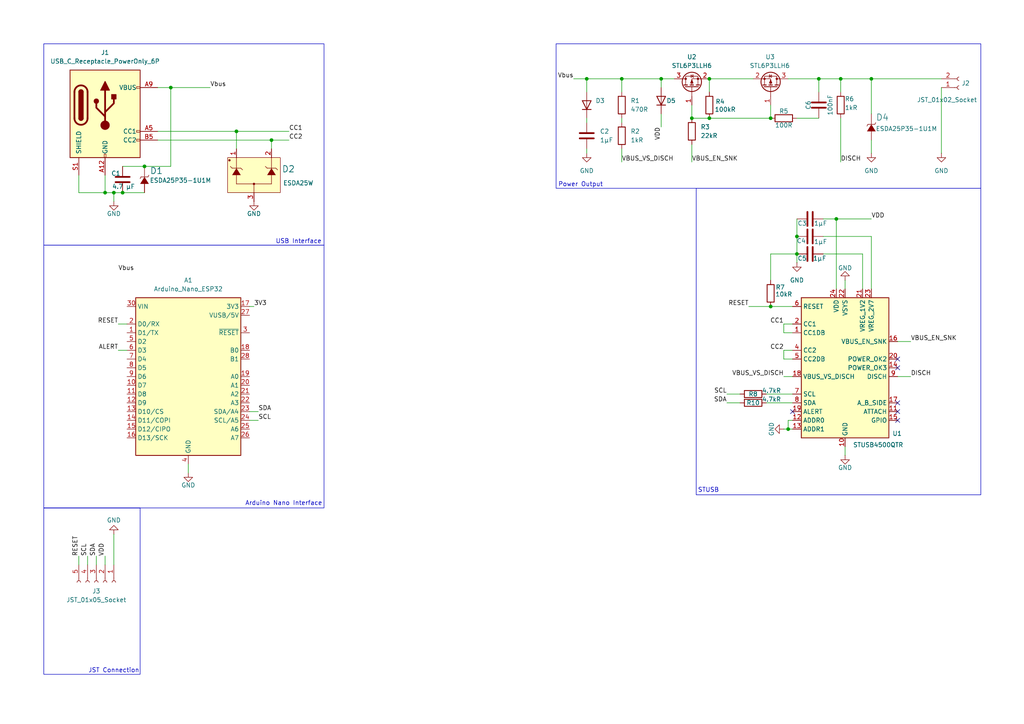
<source format=kicad_sch>
(kicad_sch (version 20250114) (generator "eeschema") (generator_version "9.0")
  (paper "A4")
  (lib_symbols
    (symbol "Connector:Conn_01x02_Socket" (pin_names (offset 1.016) (hide yes))
      (property "Reference" "J" (at 0 2.54 0))
      (property "Value" "Conn_01x02_Socket" (at 0 -5.08 0))
      (symbol "Conn_01x02_Socket_1_1"
        (polyline (pts (xy -1.27 0) (xy -0.508 0)) (stroke (width 0.1524)))
        (polyline (pts (xy -1.27 -2.54) (xy -0.508 -2.54)) (stroke (width 0.1524)))
        (arc (start 0 -0.508) (mid -0.5058 0) (end 0 0.508) (stroke (width 0.1524)))
        (arc (start 0 -3.048) (mid -0.5058 -2.54) (end 0 -2.032) (stroke (width 0.1524)))
        (pin passive line (at -5.08 0 0) (length 3.81) (name "Pin_1") (number "1"))
        (pin passive line (at -5.08 -2.54 0) (length 3.81) (name "Pin_2") (number "2"))
      )
    )
    (symbol "Connector:Conn_01x05_Socket" (pin_names (offset 1.016) (hide yes))
      (property "Reference" "J" (at 0 7.62 0))
      (property "Value" "Conn_01x05_Socket" (at 0 -7.62 0))
      (symbol "Conn_01x05_Socket_1_1"
        (polyline (pts (xy -1.27 5.08) (xy -0.508 5.08)) (stroke (width 0.1524)))
        (polyline (pts (xy -1.27 2.54) (xy -0.508 2.54)) (stroke (width 0.1524)))
        (polyline (pts (xy -1.27 0) (xy -0.508 0)) (stroke (width 0.1524)))
        (polyline (pts (xy -1.27 -2.54) (xy -0.508 -2.54)) (stroke (width 0.1524)))
        (polyline (pts (xy -1.27 -5.08) (xy -0.508 -5.08)) (stroke (width 0.1524)))
        (arc (start 0 4.572) (mid -0.5058 5.08) (end 0 5.588) (stroke (width 0.1524)))
        (arc (start 0 2.032) (mid -0.5058 2.54) (end 0 3.048) (stroke (width 0.1524)))
        (arc (start 0 -0.508) (mid -0.5058 0) (end 0 0.508) (stroke (width 0.1524)))
        (arc (start 0 -3.048) (mid -0.5058 -2.54) (end 0 -2.032) (stroke (width 0.1524)))
        (arc (start 0 -5.588) (mid -0.5058 -5.08) (end 0 -4.572) (stroke (width 0.1524)))
        (pin passive line (at -5.08 5.08 0) (length 3.81) (name "Pin_1") (number "1"))
        (pin passive line (at -5.08 2.54 0) (length 3.81) (name "Pin_2") (number "2"))
        (pin passive line (at -5.08 0 0) (length 3.81) (name "Pin_3") (number "3"))
        (pin passive line (at -5.08 -2.54 0) (length 3.81) (name "Pin_4") (number "4"))
        (pin passive line (at -5.08 -5.08 0) (length 3.81) (name "Pin_5") (number "5"))
      )
    )
    (symbol "Connector:USB_C_Receptacle_PowerOnly_6P" (pin_names (offset 1.016))
      (property "Reference" "J" (at 0 16.51 0))
      (property "Value" "USB_C_Receptacle_PowerOnly_6P" (at 0 13.97 0))
      (symbol "USB_C_Receptacle_PowerOnly_6P_0_0"
        (rectangle (start -0.254 -12.7) (end 0.254 -11.684))
        (rectangle (start 10.16 7.874) (end 9.144 7.366))
        (rectangle (start 10.16 -4.826) (end 9.144 -5.334))
        (rectangle (start 10.16 -7.366) (end 9.144 -7.874))
      )
      (symbol "USB_C_Receptacle_PowerOnly_6P_0_1"
        (rectangle (start -10.16 12.7) (end 10.16 -12.7) (stroke (width 0.254)) (fill (type background)))
        (polyline (pts (xy -8.89 -1.27) (xy -8.89 6.35)) (stroke (width 0.508)))
        (rectangle (start -7.62 -1.27) (end -6.35 6.35) (stroke (width 0.254)) (fill (type outline)))
        (arc (start -7.62 6.35) (mid -6.985 6.9823) (end -6.35 6.35) (stroke (width 0.254)))
        (arc (start -7.62 6.35) (mid -6.985 6.9823) (end -6.35 6.35) (stroke (width 0.254)) (fill (type outline)))
        (arc (start -8.89 6.35) (mid -6.985 8.2467) (end -5.08 6.35) (stroke (width 0.508)))
        (arc (start -5.08 -1.27) (mid -6.985 -3.1667) (end -8.89 -1.27) (stroke (width 0.508)))
        (arc (start -6.35 -1.27) (mid -6.985 -1.9023) (end -7.62 -1.27) (stroke (width 0.254)))
        (arc (start -6.35 -1.27) (mid -6.985 -1.9023) (end -7.62 -1.27) (stroke (width 0.254)) (fill (type outline)))
        (polyline (pts (xy -5.08 6.35) (xy -5.08 -1.27)) (stroke (width 0.508)))
        (circle (center -2.54 3.683) (radius 0.635) (stroke (width 0.254)) (fill (type outline)))
        (polyline (pts (xy -1.27 6.858) (xy 0 9.398) (xy 1.27 6.858) (xy -1.27 6.858)) (stroke (width 0.254)) (fill (type outline)))
        (polyline (pts (xy 0 0.508) (xy 2.54 3.048) (xy 2.54 4.318)) (stroke (width 0.508)))
        (polyline (pts (xy 0 -0.762) (xy -2.54 1.778) (xy -2.54 3.048)) (stroke (width 0.508)))
        (polyline (pts (xy 0 -3.302) (xy 0 6.858)) (stroke (width 0.508)))
        (circle (center 0 -3.302) (radius 1.27) (fill (type outline)))
        (rectangle (start 1.905 4.318) (end 3.175 5.588) (stroke (width 0.254)) (fill (type outline)))
      )
      (symbol "USB_C_Receptacle_PowerOnly_6P_1_1"
        (pin passive line (at -7.62 -17.78 90) (length 5.08) (name "SHIELD") (number "S1"))
        (pin passive line (at 0 -17.78 90) (length 5.08) (name "GND") (number "A12"))
        (pin passive line (at 0 -17.78 90) (length 5.08) (hide yes) (name "GND") (number "B12"))
        (pin passive line (at 15.24 7.62 180) (length 5.08) (name "VBUS") (number "A9"))
        (pin passive line (at 15.24 7.62 180) (length 5.08) (hide yes) (name "VBUS") (number "B9"))
        (pin bidirectional line (at 15.24 -5.08 180) (length 5.08) (name "CC1") (number "A5"))
        (pin bidirectional line (at 15.24 -7.62 180) (length 5.08) (name "CC2") (number "B5"))
      )
    )
    (symbol "Device:C" (pin_numbers (hide yes)) (pin_names (offset 0.254))
      (property "Reference" "C" (at 0.635 2.54 0))
      (property "Value" "C" (at 0.635 -2.54 0))
      (symbol "C_0_1"
        (polyline (pts (xy -2.032 0.762) (xy 2.032 0.762)) (stroke (width 0.508)))
        (polyline (pts (xy -2.032 -0.762) (xy 2.032 -0.762)) (stroke (width 0.508)))
      )
      (symbol "C_1_1"
        (pin passive line (at 0 3.81 270) (length 2.794) (name "~") (number "1"))
        (pin passive line (at 0 -3.81 90) (length 2.794) (name "~") (number "2"))
      )
    )
    (symbol "Device:D" (pin_numbers (hide yes)) (pin_names (offset 1.016) (hide yes))
      (property "Reference" "D" (at 0 2.54 0))
      (property "Value" "D" (at 0 -2.54 0))
      (symbol "D_0_1"
        (polyline (pts (xy -1.27 1.27) (xy -1.27 -1.27)) (stroke (width 0.254)))
        (polyline (pts (xy 1.27 1.27) (xy 1.27 -1.27) (xy -1.27 0) (xy 1.27 1.27)) (stroke (width 0.254)))
        (polyline (pts (xy 1.27 0) (xy -1.27 0)))
      )
      (symbol "D_1_1"
        (pin passive line (at -3.81 0 0) (length 2.54) (name "K") (number "1"))
        (pin passive line (at 3.81 0 180) (length 2.54) (name "A") (number "2"))
      )
    )
    (symbol "Device:R" (pin_numbers (hide yes)) (pin_names (offset 0))
      (property "Reference" "R" (at 2.032 0 90))
      (property "Value" "R" (at 0 0 90))
      (symbol "R_0_1"
        (rectangle (start -1.016 -2.54) (end 1.016 2.54) (stroke (width 0.254)))
      )
      (symbol "R_1_1"
        (pin passive line (at 0 3.81 270) (length 1.27) (name "~") (number "1"))
        (pin passive line (at 0 -3.81 90) (length 1.27) (name "~") (number "2"))
      )
    )
    (symbol "ESDA25P35-1U1M:ESDA25P35-1U1M" (pin_numbers (hide yes)) (pin_names (hide yes))
      (property "Reference" "D" (at -0.254 -6.604 0))
      (property "Value" "ESDA25P35-1U1M" (at -7.874 -6.858 0))
      (symbol "ESDA25P35-1U1M_1_0"
        (polyline (pts (xy 0 -3.81) (xy 0 -3.81) (xy 0 -3.81) (xy 2.032 -2.54) (xy 0 -1.27) (xy 0 -3.81)) (stroke (width -0.0001)) (fill (type outline)))
        (polyline (pts (xy 1.524 -1.27) (xy 2.032 -1.524)))
        (polyline (pts (xy 2.032 -1.524) (xy 2.032 -3.556)))
        (polyline (pts (xy 2.032 -3.556) (xy 2.54 -3.81)))
        (polyline (pts (xy 5.08 -2.54) (xy 2.032 -2.54)))
        (pin passive line (at -2.54 -2.54 0) (length 2.54) (name "A") (number "2"))
        (pin passive line (at 5.08 -2.54 180) (length 0) (name "K") (number "1"))
      )
    )
    (symbol "ESDA25W:ESDA25W" (pin_names (hide yes))
      (property "Reference" "D" (at -0.254 -17.78 0))
      (property "Value" "ESDA25W" (at -0.508 -17.018 0))
      (symbol "ESDA25W_1_0"
        (polyline (pts (xy 0 -2.54) (xy 3.048 -2.54)))
        (circle (center 0.762 -0.508) (radius 0.254) (fill (type outline)))
        (polyline (pts (xy 3.048 -1.27) (xy 2.54 -0.762)))
        (polyline (pts (xy 3.048 -1.27) (xy 3.048 -3.81)))
        (polyline (pts (xy 3.048 -11.43) (xy 2.54 -10.922)))
        (polyline (pts (xy 3.048 -11.43) (xy 3.048 -13.97)))
        (polyline (pts (xy 3.048 -12.7) (xy 0 -12.7)))
        (polyline (pts (xy 3.556 -4.318) (xy 3.048 -3.81)))
        (polyline (pts (xy 3.556 -14.478) (xy 3.048 -13.97)))
        (polyline (pts (xy 5.08 -1.27) (xy 5.08 -3.81) (xy 5.08 -1.27) (xy 3.048 -2.54) (xy 5.08 -3.81) (xy 5.08 -1.27)) (stroke (width -0.0001)) (fill (type outline)))
        (polyline (pts (xy 5.08 -2.54) (xy 7.62 -2.54)))
        (polyline (pts (xy 5.08 -11.43) (xy 5.08 -11.43) (xy 5.08 -11.43) (xy 3.048 -12.7) (xy 5.08 -13.97) (xy 5.08 -11.43)) (stroke (width -0.0001)) (fill (type outline)))
        (circle (center 7.62 -7.62) (radius 0.254) (fill (type outline)))
        (polyline (pts (xy 7.62 -12.7) (xy 5.08 -12.7)))
        (polyline (pts (xy 7.62 -12.7) (xy 7.62 -2.54)))
        (rectangle (start 10.16 0) (end 0 -15.24) (stroke (width 0) (color 128 0 0 1)) (fill (type background)))
        (polyline (pts (xy 10.16 -7.62) (xy 7.62 -7.62)))
        (pin passive line (at -2.54 -2.54 0) (length 2.54) (name "1") (number "1"))
        (pin passive line (at -2.54 -12.7 0) (length 2.54) (name "2") (number "2"))
        (pin passive line (at 12.7 -7.62 180) (length 2.54) (name "3") (number "3"))
      )
    )
    (symbol "Interface_USB:STUSB4500QTR"
      (property "Reference" "U" (at -12.7 21.59 0))
      (property "Value" "STUSB4500QTR" (at 8.89 -21.59 0))
      (symbol "STUSB4500QTR_0_1"
        (rectangle (start -12.7 20.32) (end 12.7 -20.32) (stroke (width 0.254)) (fill (type background)))
      )
      (symbol "STUSB4500QTR_1_1"
        (pin input line (at -15.24 17.78 0) (length 2.54) (name "RESET") (number "6"))
        (pin bidirectional line (at -15.24 12.7 0) (length 2.54) (name "CC1") (number "2"))
        (pin bidirectional line (at -15.24 10.16 0) (length 2.54) (name "CC1DB") (number "1"))
        (pin bidirectional line (at -15.24 5.08 0) (length 2.54) (name "CC2") (number "4"))
        (pin bidirectional line (at -15.24 2.54 0) (length 2.54) (name "CC2DB") (number "5"))
        (pin input line (at -15.24 -2.54 0) (length 2.54) (name "VBUS_VS_DISCH") (number "18"))
        (pin input line (at -15.24 -7.62 0) (length 2.54) (name "SCL") (number "7"))
        (pin bidirectional line (at -15.24 -10.16 0) (length 2.54) (name "SDA") (number "8"))
        (pin open_collector line (at -15.24 -12.7 0) (length 2.54) (name "ALERT") (number "19"))
        (pin input line (at -15.24 -15.24 0) (length 2.54) (name "ADDR0") (number "12"))
        (pin input line (at -15.24 -17.78 0) (length 2.54) (name "ADDR1") (number "13"))
        (pin no_connect line (at -12.7 15.24 0) (length 2.54) (hide yes) (name "NC") (number "3"))
        (pin power_in line (at -2.54 22.86 270) (length 2.54) (name "VDD") (number "24"))
        (pin power_in line (at 0 22.86 270) (length 2.54) (name "VSYS") (number "22"))
        (pin power_in line (at 0 -22.86 90) (length 2.54) (name "GND") (number "10"))
        (pin passive line (at 0 -22.86 90) (length 2.54) (hide yes) (name "GND") (number "25"))
        (pin power_out line (at 5.08 22.86 270) (length 2.54) (name "VREG_1V2") (number "21"))
        (pin power_out line (at 7.62 22.86 270) (length 2.54) (name "VREG_2V7") (number "23"))
        (pin open_collector line (at 15.24 7.62 180) (length 2.54) (name "VBUS_EN_SNK") (number "16"))
        (pin open_collector line (at 15.24 2.54 180) (length 2.54) (name "POWER_OK2") (number "20"))
        (pin open_collector line (at 15.24 0 180) (length 2.54) (name "POWER_OK3") (number "14"))
        (pin bidirectional line (at 15.24 -2.54 180) (length 2.54) (name "DISCH") (number "9"))
        (pin open_collector line (at 15.24 -10.16 180) (length 2.54) (name "A_B_SIDE") (number "17"))
        (pin open_collector line (at 15.24 -12.7 180) (length 2.54) (name "ATTACH") (number "11"))
        (pin open_collector line (at 15.24 -15.24 180) (length 2.54) (name "GPIO") (number "15"))
      )
    )
    (symbol "MCU_Module:Arduino_Nano_ESP32"
      (property "Reference" "A" (at -14.986 23.622 0))
      (property "Value" "Arduino_Nano_ESP32" (at 3.81 -25.654 0))
      (symbol "Arduino_Nano_ESP32_0_1"
        (rectangle (start -15.24 22.86) (end 15.24 -22.86) (stroke (width 0.254)) (fill (type background)))
      )
      (symbol "Arduino_Nano_ESP32_1_1"
        (pin power_in line (at -17.78 20.32 0) (length 2.54) (name "VIN") (number "30"))
        (pin bidirectional line (at -17.78 15.24 0) (length 2.54) (name "D0/RX") (number "2"))
        (pin bidirectional line (at -17.78 12.7 0) (length 2.54) (name "D1/TX") (number "1"))
        (pin bidirectional line (at -17.78 10.16 0) (length 2.54) (name "D2") (number "5"))
        (pin bidirectional line (at -17.78 7.62 0) (length 2.54) (name "D3") (number "6"))
        (pin bidirectional line (at -17.78 5.08 0) (length 2.54) (name "D4") (number "7"))
        (pin bidirectional line (at -17.78 2.54 0) (length 2.54) (name "D5") (number "8"))
        (pin bidirectional line (at -17.78 0 0) (length 2.54) (name "D6") (number "9"))
        (pin bidirectional line (at -17.78 -2.54 0) (length 2.54) (name "D7") (number "10"))
        (pin bidirectional line (at -17.78 -5.08 0) (length 2.54) (name "D8") (number "11"))
        (pin bidirectional line (at -17.78 -7.62 0) (length 2.54) (name "D9") (number "12"))
        (pin bidirectional line (at -17.78 -10.16 0) (length 2.54) (name "D10/CS") (number "13"))
        (pin bidirectional line (at -17.78 -12.7 0) (length 2.54) (name "D11/COPI") (number "14"))
        (pin bidirectional line (at -17.78 -15.24 0) (length 2.54) (name "D12/CIPO") (number "15"))
        (pin bidirectional line (at -17.78 -17.78 0) (length 2.54) (name "D13/SCK") (number "16"))
        (pin passive line (at 0 -25.4 90) (length 2.54) (hide yes) (name "GND") (number "29"))
        (pin power_in line (at 0 -25.4 90) (length 2.54) (name "GND") (number "4"))
        (pin power_out line (at 17.78 20.32 180) (length 2.54) (name "3V3") (number "17"))
        (pin power_out line (at 17.78 17.78 180) (length 2.54) (name "VUSB/5V") (number "27"))
        (pin input line (at 17.78 12.7 180) (length 2.54) (name "~{RESET}") (number "3"))
        (pin bidirectional line (at 17.78 7.62 180) (length 2.54) (name "B0") (number "18"))
        (pin bidirectional line (at 17.78 5.08 180) (length 2.54) (name "B1") (number "28"))
        (pin bidirectional line (at 17.78 0 180) (length 2.54) (name "A0") (number "19"))
        (pin bidirectional line (at 17.78 -2.54 180) (length 2.54) (name "A1") (number "20"))
        (pin bidirectional line (at 17.78 -5.08 180) (length 2.54) (name "A2") (number "21"))
        (pin bidirectional line (at 17.78 -7.62 180) (length 2.54) (name "A3") (number "22"))
        (pin bidirectional line (at 17.78 -10.16 180) (length 2.54) (name "SDA/A4") (number "23"))
        (pin bidirectional line (at 17.78 -12.7 180) (length 2.54) (name "SCL/A5") (number "24"))
        (pin bidirectional line (at 17.78 -15.24 180) (length 2.54) (name "A6") (number "25"))
        (pin bidirectional line (at 17.78 -17.78 180) (length 2.54) (name "A7") (number "26"))
      )
    )
    (symbol "Transistor_FET:AO3401A" (pin_names (hide yes))
      (property "Reference" "Q" (at 5.08 1.905 0))
      (property "Value" "AO3401A" (at 5.08 0 0))
      (symbol "AO3401A_0_1"
        (polyline (pts (xy 0.254 1.905) (xy 0.254 -1.905)) (stroke (width 0.254)))
        (polyline (pts (xy 0.254 0) (xy -2.54 0)))
        (polyline (pts (xy 0.762 2.286) (xy 0.762 1.27)) (stroke (width 0.254)))
        (polyline (pts (xy 0.762 1.778) (xy 3.302 1.778) (xy 3.302 -1.778) (xy 0.762 -1.778)))
        (polyline (pts (xy 0.762 0.508) (xy 0.762 -0.508)) (stroke (width 0.254)))
        (polyline (pts (xy 0.762 -1.27) (xy 0.762 -2.286)) (stroke (width 0.254)))
        (circle (center 1.651 0) (radius 2.794) (stroke (width 0.254)))
        (polyline (pts (xy 2.286 0) (xy 1.27 0.381) (xy 1.27 -0.381) (xy 2.286 0)) (fill (type outline)))
        (polyline (pts (xy 2.54 2.54) (xy 2.54 1.778)))
        (circle (center 2.54 1.778) (radius 0.254) (fill (type outline)))
        (circle (center 2.54 -1.778) (radius 0.254) (fill (type outline)))
        (polyline (pts (xy 2.54 -2.54) (xy 2.54 0) (xy 0.762 0)))
        (polyline (pts (xy 2.794 -0.508) (xy 2.921 -0.381) (xy 3.683 -0.381) (xy 3.81 -0.254)))
        (polyline (pts (xy 3.302 -0.381) (xy 2.921 0.254) (xy 3.683 0.254) (xy 3.302 -0.381)))
      )
      (symbol "AO3401A_1_1"
        (pin input line (at -5.08 0 0) (length 2.54) (name "G") (number "1"))
        (pin passive line (at 2.54 5.08 270) (length 2.54) (name "D") (number "3"))
        (pin passive line (at 2.54 -5.08 90) (length 2.54) (name "S") (number "2"))
      )
    )
    (symbol "power:GND" (power) (pin_numbers (hide yes)) (pin_names (offset 0) (hide yes))
      (property "Value" "GND" (at 0 -3.81 0))
      (symbol "GND_0_1"
        (polyline (pts (xy 0 0) (xy 0 -1.27) (xy 1.27 -1.27) (xy 0 -2.54) (xy -1.27 -1.27) (xy 0 -1.27)))
      )
      (symbol "GND_1_1"
        (pin power_in line (at 0 0 270) (length 0) (name "~") (number "1"))
      )
    )
  )
  (rectangle (start 12.7 12.7) (end 93.98 71.12))
  (rectangle (start 12.7 71.12) (end 93.98 147.32))
  (rectangle (start 12.7 147.32) (end 40.64 195.58))
  (rectangle (start 161.29 12.7) (end 284.48 54.61))
  (rectangle (start 201.93 54.61) (end 284.48 143.51))
  (text "STUSB" (at 205.486 142.24 0) (effects (font (size 1.27 1.27))))
  (text "Arduino Nano Interface" (at 82.296 146.05 0) (effects (font (size 1.27 1.27))))
  (text "JST Connection" (at 33.02 194.564 0) (effects (font (size 1.27 1.27))))
  (text "USB Interface" (at 86.614 70.104 0) (effects (font (size 1.27 1.27))))
  (text "Power Output" (at 168.402 53.594 0) (effects (font (size 1.27 1.27))))
  (junction (at 223.52 34.29))
  (junction (at 231.14 73.66))
  (junction (at 223.52 88.9))
  (junction (at 41.91 48.26))
  (junction (at 68.58 38.1))
  (junction (at 252.73 22.86))
  (junction (at 237.49 22.86))
  (junction (at 33.02 55.88))
  (junction (at 180.34 22.86))
  (junction (at 205.74 34.29))
  (junction (at 205.74 22.86))
  (junction (at 49.53 25.4))
  (junction (at 30.48 55.88))
  (junction (at 231.14 68.58))
  (junction (at 242.57 63.5))
  (junction (at 78.74 40.64))
  (junction (at 170.18 22.86))
  (junction (at 191.77 22.86))
  (junction (at 200.66 34.29))
  (junction (at 35.56 55.88))
  (junction (at 228.6 124.46))
  (junction (at 243.84 22.86))
  (no_connect (at 260.35 116.84))
  (no_connect (at 229.87 119.38))
  (no_connect (at 260.35 119.38))
  (no_connect (at 260.35 104.14))
  (no_connect (at 260.35 106.68))
  (no_connect (at 260.35 121.92))
  (wire (pts (xy 245.11 81.28) (xy 245.11 83.82)))
  (wire (pts (xy 191.77 25.4) (xy 191.77 22.86)))
  (wire (pts (xy 243.84 26.67) (xy 243.84 22.86)))
  (wire (pts (xy 35.56 48.26) (xy 41.91 48.26)))
  (wire (pts (xy 243.84 46.99) (xy 243.84 34.29)))
  (wire (pts (xy 227.33 109.22) (xy 229.87 109.22)))
  (wire (pts (xy 49.53 25.4) (xy 49.53 48.26)))
  (wire (pts (xy 252.73 83.82) (xy 252.73 68.58)))
  (wire (pts (xy 228.6 121.92) (xy 228.6 124.46)))
  (wire (pts (xy 60.96 25.4) (xy 49.53 25.4)))
  (wire (pts (xy 200.66 30.48) (xy 200.66 34.29)))
  (wire (pts (xy 242.57 83.82) (xy 242.57 63.5)))
  (wire (pts (xy 34.29 93.98) (xy 36.83 93.98)))
  (wire (pts (xy 200.66 34.29) (xy 205.74 34.29)))
  (wire (pts (xy 237.49 34.29) (xy 231.14 34.29)))
  (wire (pts (xy 242.57 63.5) (xy 238.76 63.5)))
  (wire (pts (xy 227.33 93.98) (xy 227.33 96.52)))
  (wire (pts (xy 45.72 38.1) (xy 68.58 38.1)))
  (wire (pts (xy 180.34 22.86) (xy 191.77 22.86)))
  (wire (pts (xy 242.57 63.5) (xy 252.73 63.5)))
  (wire (pts (xy 223.52 88.9) (xy 229.87 88.9)))
  (wire (pts (xy 222.25 116.84) (xy 229.87 116.84)))
  (wire (pts (xy 205.74 22.86) (xy 218.44 22.86)))
  (wire (pts (xy 170.18 44.45) (xy 170.18 43.18)))
  (wire (pts (xy 223.52 81.28) (xy 223.52 73.66)))
  (wire (pts (xy 222.25 114.3) (xy 229.87 114.3)))
  (wire (pts (xy 260.35 99.06) (xy 264.16 99.06)))
  (wire (pts (xy 229.87 104.14) (xy 227.33 104.14)))
  (wire (pts (xy 237.49 22.86) (xy 237.49 26.67)))
  (wire (pts (xy 252.73 40.64) (xy 252.73 44.45)))
  (wire (pts (xy 252.73 22.86) (xy 243.84 22.86)))
  (wire (pts (xy 205.74 26.67) (xy 205.74 22.86)))
  (wire (pts (xy 34.29 101.6) (xy 36.83 101.6)))
  (wire (pts (xy 45.72 40.64) (xy 78.74 40.64)))
  (wire (pts (xy 22.86 161.29) (xy 22.86 163.83)))
  (wire (pts (xy 227.33 124.46) (xy 228.6 124.46)))
  (wire (pts (xy 33.02 154.94) (xy 33.02 163.83)))
  (wire (pts (xy 205.74 34.29) (xy 223.52 34.29)))
  (wire (pts (xy 68.58 38.1) (xy 83.82 38.1)))
  (wire (pts (xy 231.14 68.58) (xy 231.14 73.66)))
  (wire (pts (xy 78.74 40.64) (xy 83.82 40.64)))
  (wire (pts (xy 191.77 33.02) (xy 191.77 36.83)))
  (wire (pts (xy 54.61 134.62) (xy 54.61 137.16)))
  (wire (pts (xy 227.33 101.6) (xy 227.33 104.14)))
  (wire (pts (xy 217.17 88.9) (xy 223.52 88.9)))
  (wire (pts (xy 231.14 73.66) (xy 231.14 76.2)))
  (wire (pts (xy 30.48 50.8) (xy 30.48 55.88)))
  (wire (pts (xy 27.94 161.29) (xy 27.94 163.83)))
  (wire (pts (xy 227.33 93.98) (xy 229.87 93.98)))
  (wire (pts (xy 170.18 22.86) (xy 180.34 22.86)))
  (wire (pts (xy 72.39 119.38) (xy 74.93 119.38)))
  (wire (pts (xy 229.87 101.6) (xy 227.33 101.6)))
  (wire (pts (xy 68.58 38.1) (xy 68.58 43.18)))
  (wire (pts (xy 229.87 96.52) (xy 227.33 96.52)))
  (wire (pts (xy 214.63 116.84) (xy 210.82 116.84)))
  (wire (pts (xy 180.34 22.86) (xy 180.34 26.67)))
  (wire (pts (xy 78.74 40.64) (xy 78.74 43.18)))
  (wire (pts (xy 191.77 22.86) (xy 195.58 22.86)))
  (wire (pts (xy 250.19 73.66) (xy 238.76 73.66)))
  (wire (pts (xy 33.02 55.88) (xy 35.56 55.88)))
  (wire (pts (xy 223.52 30.48) (xy 223.52 34.29)))
  (wire (pts (xy 73.66 88.9) (xy 72.39 88.9)))
  (wire (pts (xy 273.05 25.4) (xy 273.05 44.45)))
  (wire (pts (xy 170.18 34.29) (xy 170.18 35.56)))
  (wire (pts (xy 228.6 124.46) (xy 229.87 124.46)))
  (wire (pts (xy 223.52 73.66) (xy 231.14 73.66)))
  (wire (pts (xy 250.19 83.82) (xy 250.19 73.66)))
  (wire (pts (xy 33.02 55.88) (xy 33.02 58.42)))
  (wire (pts (xy 35.56 55.88) (xy 41.91 55.88)))
  (wire (pts (xy 252.73 22.86) (xy 273.05 22.86)))
  (wire (pts (xy 243.84 22.86) (xy 237.49 22.86)))
  (wire (pts (xy 252.73 68.58) (xy 238.76 68.58)))
  (wire (pts (xy 72.39 121.92) (xy 74.93 121.92)))
  (wire (pts (xy 245.11 129.54) (xy 245.11 132.08)))
  (wire (pts (xy 200.66 41.91) (xy 200.66 46.99)))
  (wire (pts (xy 170.18 22.86) (xy 170.18 26.67)))
  (wire (pts (xy 228.6 22.86) (xy 237.49 22.86)))
  (wire (pts (xy 41.91 48.26) (xy 49.53 48.26)))
  (wire (pts (xy 180.34 34.29) (xy 180.34 35.56)))
  (wire (pts (xy 260.35 109.22) (xy 264.16 109.22)))
  (wire (pts (xy 229.87 121.92) (xy 228.6 121.92)))
  (wire (pts (xy 22.86 55.88) (xy 30.48 55.88)))
  (wire (pts (xy 166.37 22.86) (xy 170.18 22.86)))
  (wire (pts (xy 30.48 161.29) (xy 30.48 163.83)))
  (wire (pts (xy 231.14 63.5) (xy 231.14 68.58)))
  (wire (pts (xy 30.48 55.88) (xy 33.02 55.88)))
  (wire (pts (xy 22.86 50.8) (xy 22.86 55.88)))
  (wire (pts (xy 210.82 114.3) (xy 214.63 114.3)))
  (wire (pts (xy 180.34 43.18) (xy 180.34 46.99)))
  (wire (pts (xy 45.72 25.4) (xy 49.53 25.4)))
  (wire (pts (xy 25.4 161.29) (xy 25.4 163.83)))
  (wire (pts (xy 252.73 33.02) (xy 252.73 22.86)))
  (label "CC2" (at 227.33 101.6 180))
  (label "3V3" (at 73.66 88.9 0))
  (label "DISCH" (at 243.84 46.99 0))
  (label "RESET" (at 34.29 93.98 180))
  (label "CC1" (at 83.82 38.1 0))
  (label "SCL" (at 210.82 114.3 180))
  (label "VBUS_EN_SNK" (at 264.16 99.06 0))
  (label "ALERT" (at 34.29 101.6 180))
  (label "VDD" (at 252.73 63.5 0))
  (label "CC2" (at 83.82 40.64 0))
  (label "VBUS_VS_DISCH" (at 227.33 109.22 180))
  (label "VBUS_VS_DISCH" (at 180.34 46.99 0))
  (label "SCL" (at 25.4 161.29 90))
  (label "DISCH" (at 264.16 109.22 0))
  (label "VDD" (at 191.77 36.83 270))
  (label "Vbus" (at 34.29 78.74 0))
  (label "VDD" (at 30.48 161.29 90))
  (label "Vbus" (at 60.96 25.4 0))
  (label "SCL" (at 74.93 121.92 0))
  (label "SDA" (at 210.82 116.84 180))
  (label "VBUS_EN_SNK" (at 200.66 46.99 0))
  (label "Vbus" (at 166.37 22.86 180))
  (label "CC1" (at 227.33 93.98 180))
  (label "RESET" (at 217.17 88.9 180))
  (label "SDA" (at 27.94 161.29 90))
  (label "SDA" (at 74.93 119.38 0))
  (label "RESET" (at 22.86 161.29 90))
  (symbol (lib_id "power:GND") (at 33.02 58.42 0) (unit 1)
    (property "Reference" "#PWR09" (effects (hide yes)))
    (property "Value" "GND" (at 33.02 61.976 0))
    (property "Description" "Power symbol creates a global label with name \"GND\" , ground" (effects (hide yes)))
  )
  (symbol (lib_id "ESDA25P35-1U1M:ESDA25P35-1U1M") (at 39.37 53.34 90) (unit 1)
    (property "Reference" "D1" (at 43.434 49.53 90) (effects (font (size 1.8288 1.8288)) (justify right)))
    (property "Value" "ESDA25P35-1U1M" (at 43.434 52.324 90) (effects (justify right)))
    (property "Footprint" "ST_1610:ST_1610" (effects (hide yes)))
    (property "Datasheet" "kicad-embed://esda25p35-1u1m.pdf" (effects (hide yes)))
  )
  (symbol (lib_id "power:GND") (at 170.18 44.45 0) (unit 1)
    (property "Reference" "#PWR02" (effects (hide yes)))
    (property "Value" "GND" (at 170.18 49.53 0))
    (property "Description" "Power symbol creates a global label with name \"GND\" , ground" (effects (hide yes)))
  )
  (symbol (lib_id "power:GND") (at 252.73 44.45 0) (unit 1)
    (property "Reference" "#PWR05" (effects (hide yes)))
    (property "Value" "GND" (at 252.73 49.53 0))
    (property "Description" "Power symbol creates a global label with name \"GND\" , ground" (effects (hide yes)))
  )
  (symbol (lib_id "Device:C") (at 234.95 63.5 270) (unit 1)
    (property "Reference" "C3" (at 232.664 64.77 90))
    (property "Value" "1μF" (at 237.998 64.77 90))
    (property "Footprint" "Capacitor_SMD:C_0603_1608Metric_Pad1.08x0.95mm_HandSolder" (effects (hide yes)))
    (property "Description" "Unpolarized capacitor" (effects (hide yes)))
  )
  (symbol (lib_id "Device:R") (at 243.84 30.48 180) (unit 1)
    (property "Reference" "R6" (at 246.38 28.702 0))
    (property "Value" "1kR" (at 246.888 31.242 0))
    (property "Footprint" "Resistor_SMD:R_0603_1608Metric_Pad0.98x0.95mm_HandSolder" (effects (hide yes)))
    (property "Description" "Resistor" (effects (hide yes)))
  )
  (symbol (lib_id "power:GND") (at 231.14 76.2 0) (unit 1)
    (property "Reference" "#PWR03" (effects (hide yes)))
    (property "Value" "GND" (at 231.14 81.28 0))
    (property "Description" "Power symbol creates a global label with name \"GND\" , ground" (effects (hide yes)))
  )
  (symbol (lib_id "Connector:Conn_01x05_Socket") (at 27.94 168.91 270) (unit 1)
    (property "Reference" "J3" (at 27.94 171.45 90))
    (property "Value" "JST_01x05_Socket" (at 27.94 173.99 90))
    (property "Footprint" "Connector_JST:JST_XH_B5B-XH-A_1x05_P2.50mm_Vertical" (effects (hide yes)))
    (property "Description" "Generic connector, single row, 01x05, script generated" (effects (hide yes)))
  )
  (symbol (lib_id "Device:R") (at 218.44 114.3 90) (unit 1)
    (property "Reference" "R8" (at 218.44 114.3 90))
    (property "Value" "4.7kR" (at 223.774 113.284 90))
    (property "Footprint" "Resistor_SMD:R_0603_1608Metric_Pad0.98x0.95mm_HandSolder" (effects (hide yes)))
    (property "Description" "Resistor" (effects (hide yes)))
  )
  (symbol (lib_id "Interface_USB:STUSB4500QTR") (at 245.11 106.68 0) (unit 1)
    (property "Reference" "U1" (at 258.826 125.73 0) (effects (justify left)))
    (property "Value" "STUSB4500QTR" (at 247.396 129.032 0) (effects (justify left)))
    (property "Footprint" "Package_DFN_QFN:QFN-24-1EP_4x4mm_P0.5mm_EP2.7x2.7mm" (effects (hide yes)))
    (property "Datasheet" "https://www.st.com/resource/en/datasheet/stusb4500.pdf" (effects (hide yes)))
    (property "Description" "Stand-alone USB PD controller (with sink Auto-run mode), QFN-24" (effects (hide yes)))
  )
  (symbol (lib_id "power:GND") (at 273.05 44.45 0) (unit 1)
    (property "Reference" "#PWR06" (effects (hide yes)))
    (property "Value" "GND" (at 273.05 49.53 0))
    (property "Description" "Power symbol creates a global label with name \"GND\" , ground" (effects (hide yes)))
  )
  (symbol (lib_id "Device:C") (at 170.18 39.37 0) (unit 1)
    (property "Reference" "C2" (at 173.99 38.0999 0) (effects (justify left)))
    (property "Value" "1μF" (at 173.99 40.6399 0) (effects (justify left)))
    (property "Footprint" "Capacitor_SMD:C_0603_1608Metric_Pad1.08x0.95mm_HandSolder" (effects (hide yes)))
    (property "Description" "Unpolarized capacitor" (effects (hide yes)))
  )
  (symbol (lib_id "power:GND") (at 245.11 81.28 180) (unit 1)
    (property "Reference" "#PWR07" (effects (hide yes)))
    (property "Value" "GND" (at 245.11 77.724 0))
    (property "Description" "Power symbol creates a global label with name \"GND\" , ground" (effects (hide yes)))
  )
  (symbol (lib_id "power:GND") (at 245.11 132.08 0) (unit 1)
    (property "Reference" "#PWR010" (effects (hide yes)))
    (property "Value" "GND" (at 245.11 135.636 0))
    (property "Description" "Power symbol creates a global label with name \"GND\" , ground" (effects (hide yes)))
  )
  (symbol (lib_id "power:GND") (at 73.66 58.42 0) (unit 1)
    (property "Reference" "#PWR08" (effects (hide yes)))
    (property "Value" "GND" (at 73.66 61.976 0))
    (property "Description" "Power symbol creates a global label with name \"GND\" , ground" (effects (hide yes)))
  )
  (symbol (lib_id "Device:R") (at 200.66 38.1 0) (unit 1)
    (property "Reference" "R3" (at 203.2 36.8299 0) (effects (justify left)))
    (property "Value" "22kR" (at 203.2 39.3699 0) (effects (justify left)))
    (property "Footprint" "Resistor_SMD:R_0603_1608Metric_Pad0.98x0.95mm_HandSolder" (effects (hide yes)))
    (property "Description" "Resistor" (effects (hide yes)))
  )
  (symbol (lib_id "MCU_Module:Arduino_Nano_ESP32") (at 54.61 109.22 0) (unit 1)
    (property "Reference" "A1" (at 54.61 81.28 0))
    (property "Value" "Arduino_Nano_ESP32" (at 54.61 83.82 0))
    (property "Footprint" "Module:Arduino_Nano" (effects (hide yes)))
    (property "Datasheet" "https://docs.arduino.cc/resources/datasheets/ABX00083-datasheet.pdf" (effects (hide yes)))
    (property "Description" "Arduino Nano board based on the ESP32-S3 with a dual-core 240 MHz processor, 384 kB ROM, 512 kB SRAM. Operates at 3.3V, with 5V USB-C® input and 6-21V VIN. Features Wi-Fi®, Bluetooth® LE, digital and analog pins, and supports SPI, I2C, UART, I2S, and CAN." (effects (hide yes)))
  )
  (symbol (lib_id "Device:D") (at 170.18 30.48 90) (unit 1)
    (property "Reference" "D3" (at 172.72 29.2099 90) (effects (justify right)))
    (property "Value" "D" (effects (hide yes)))
    (property "Footprint" "Diode_SMD:D_0603_1608Metric_Pad1.05x0.95mm_HandSolder" (effects (hide yes)))
    (property "Description" "Diode" (effects (hide yes)))
    (property "Sim.Device" "D" (effects (hide yes)))
    (property "Sim.Pins" "1=K 2=A" (effects (hide yes)))
  )
  (symbol (lib_id "Device:R") (at 180.34 30.48 0) (unit 1)
    (property "Reference" "R1" (at 182.88 29.2099 0) (effects (justify left)))
    (property "Value" "470R" (at 182.88 31.7499 0) (effects (justify left)))
    (property "Footprint" "Resistor_SMD:R_0603_1608Metric_Pad0.98x0.95mm_HandSolder" (effects (hide yes)))
    (property "Description" "Resistor" (effects (hide yes)))
  )
  (symbol (lib_id "power:GND") (at 33.02 154.94 180) (unit 1)
    (property "Reference" "#PWR04" (effects (hide yes)))
    (property "Value" "GND" (at 33.02 150.876 0))
    (property "Description" "Power symbol creates a global label with name \"GND\" , ground" (effects (hide yes)))
  )
  (symbol (lib_id "Transistor_FET:AO3401A") (at 200.66 25.4 90) (unit 1)
    (property "Reference" "U2" (at 200.66 16.51 90))
    (property "Value" "STL6P3LLH6" (at 200.66 19.05 90))
    (property "Footprint" "STL6P3LLH6:POWERFLAT_3P3X3P3_STM2" (effects (hide yes)))
    (property "Datasheet" "https://www.st.com/resource/en/datasheet/stl6p3llh6.pdf" (effects (hide yes)))
  )
  (symbol (lib_id "Device:R") (at 205.74 30.48 180) (unit 1)
    (property "Reference" "R4" (at 207.518 29.464 0) (effects (justify right)))
    (property "Value" "100kR" (at 207.264 31.75 0) (effects (justify right)))
    (property "Footprint" "Resistor_SMD:R_0603_1608Metric_Pad0.98x0.95mm_HandSolder" (effects (hide yes)))
    (property "Description" "Resistor" (effects (hide yes)))
  )
  (symbol (lib_id "Device:R") (at 223.52 85.09 0) (mirror y) (unit 1)
    (property "Reference" "R7" (at 226.314 83.312 0))
    (property "Value" "10kR" (at 227.33 85.344 0))
    (property "Footprint" "Resistor_SMD:R_0603_1608Metric_Pad0.98x0.95mm_HandSolder" (effects (hide yes)))
    (property "Description" "Resistor" (effects (hide yes)))
  )
  (symbol (lib_id "Transistor_FET:AO3401A") (at 223.52 25.4 270) (mirror x) (unit 1)
    (property "Reference" "U3" (at 221.996 16.51 90) (effects (justify left)))
    (property "Value" "STL6P3LLH6" (at 217.424 19.05 90) (effects (justify left)))
    (property "Footprint" "STL6P3LLH6:POWERFLAT_3P3X3P3_STM2" (effects (hide yes)))
    (property "Datasheet" "https://www.st.com/resource/en/datasheet/stl6p3llh6.pdf" (effects (hide yes)))
  )
  (symbol (lib_id "power:GND") (at 227.33 124.46 270) (unit 1)
    (property "Reference" "#PWR011" (effects (hide yes)))
    (property "Value" "GND" (at 223.774 124.46 0))
    (property "Description" "Power symbol creates a global label with name \"GND\" , ground" (effects (hide yes)))
  )
  (symbol (lib_id "Connector:USB_C_Receptacle_PowerOnly_6P") (at 30.48 33.02 0) (unit 1)
    (property "Reference" "J1" (at 30.48 15.24 0))
    (property "Value" "USB_C_Receptacle_PowerOnly_6P" (at 30.48 17.78 0))
    (property "Footprint" "Connector_USB:USB_C_Receptacle_GCT_USB4105-xx-A_16P_TopMnt_Horizontal" (effects (hide yes)))
    (property "Datasheet" "https://www.usb.org/sites/default/files/documents/usb_type-c.zip" (effects (hide yes)))
    (property "Description" "USB Power-Only 6P Type-C Receptacle connector" (effects (hide yes)))
  )
  (symbol (lib_id "power:GND") (at 54.61 137.16 0) (unit 1)
    (property "Reference" "#PWR01" (effects (hide yes)))
    (property "Value" "GND" (at 54.61 140.716 0))
    (property "Description" "Power symbol creates a global label with name \"GND\" , ground" (effects (hide yes)))
  )
  (symbol (lib_id "Device:R") (at 180.34 39.37 0) (unit 1)
    (property "Reference" "R2" (at 182.88 38.0999 0) (effects (justify left)))
    (property "Value" "1kR" (at 182.88 40.6399 0) (effects (justify left)))
    (property "Footprint" "Resistor_SMD:R_0603_1608Metric_Pad0.98x0.95mm_HandSolder" (effects (hide yes)))
    (property "Description" "Resistor" (effects (hide yes)))
  )
  (symbol (lib_id "Device:C") (at 35.56 52.07 0) (unit 1)
    (property "Reference" "C1" (at 32.258 50.292 0) (effects (justify left)))
    (property "Value" "4.7 μF" (at 32.512 54.102 0) (effects (justify left)))
    (property "Footprint" "Capacitor_SMD:C_0603_1608Metric_Pad1.08x0.95mm_HandSolder" (effects (hide yes)))
    (property "Description" "Unpolarized capacitor - VBUS – DEVICE Capacitor CVBUS 4.7 μF Range: 1.0 μF to 10.0 μF" (effects (hide yes)))
  )
  (symbol (lib_id "Device:C") (at 234.95 73.66 270) (unit 1)
    (property "Reference" "C5" (at 232.664 74.93 90))
    (property "Value" "1μF" (at 237.744 74.93 90))
    (property "Footprint" "Capacitor_SMD:C_0603_1608Metric_Pad1.08x0.95mm_HandSolder" (effects (hide yes)))
    (property "Description" "Unpolarized capacitor" (effects (hide yes)))
  )
  (symbol (lib_id "ESDA25P35-1U1M:ESDA25P35-1U1M") (at 250.19 38.1 90) (unit 1)
    (property "Reference" "D4" (at 254 34.036 90) (effects (font (size 1.8288 1.8288)) (justify right)))
    (property "Value" "ESDA25P35-1U1M" (at 254 37.338 90) (effects (justify right)))
    (property "Footprint" "ST_1610:ST_1610" (effects (hide yes)))
    (property "Datasheet" "kicad-embed://esda25p35-1u1m.pdf" (effects (hide yes)))
  )
  (symbol (lib_id "Device:C") (at 234.95 68.58 270) (unit 1)
    (property "Reference" "C4" (at 232.41 69.85 90))
    (property "Value" "1μF" (at 237.998 70.104 90))
    (property "Footprint" "Capacitor_SMD:C_0603_1608Metric_Pad1.08x0.95mm_HandSolder" (effects (hide yes)))
    (property "Description" "Unpolarized capacitor" (effects (hide yes)))
  )
  (symbol (lib_id "Device:D") (at 191.77 29.21 90) (unit 1)
    (property "Reference" "D5" (at 193.294 29.21 90) (effects (justify right)))
    (property "Value" "D" (effects (hide yes)))
    (property "Footprint" "Diode_SMD:D_0603_1608Metric_Pad1.05x0.95mm_HandSolder" (effects (hide yes)))
    (property "Description" "Diode" (effects (hide yes)))
    (property "Sim.Device" "D" (effects (hide yes)))
    (property "Sim.Pins" "1=K 2=A" (effects (hide yes)))
  )
  (symbol (lib_id "Device:R") (at 227.33 34.29 270) (unit 1)
    (property "Reference" "R5" (at 227.33 32.258 90))
    (property "Value" "100R" (at 227.33 36.322 90))
    (property "Footprint" "Resistor_SMD:R_0603_1608Metric_Pad0.98x0.95mm_HandSolder" (effects (hide yes)))
    (property "Description" "Resistor" (effects (hide yes)))
  )
  (symbol (lib_id "Device:C") (at 237.49 30.48 180) (unit 1)
    (property "Reference" "C6" (at 234.442 30.48 90))
    (property "Value" "100nF" (at 240.792 30.48 90))
    (property "Footprint" "Capacitor_SMD:C_0603_1608Metric_Pad1.08x0.95mm_HandSolder" (effects (hide yes)))
    (property "Description" "Unpolarized capacitor" (effects (hide yes)))
  )
  (symbol (lib_id "Device:R") (at 218.44 116.84 270) (mirror x) (unit 1)
    (property "Reference" "R10" (at 218.44 116.84 90))
    (property "Value" "4.7kR" (at 223.774 115.824 90))
    (property "Footprint" "Resistor_SMD:R_0603_1608Metric_Pad0.98x0.95mm_HandSolder" (effects (hide yes)))
    (property "Description" "Resistor" (effects (hide yes)))
  )
  (symbol (lib_id "Connector:Conn_01x02_Socket") (at 278.13 25.4 0) (mirror x) (unit 1)
    (property "Reference" "J2" (at 278.892 24.13 0) (effects (justify left)))
    (property "Value" "JST_01x02_Socket" (at 265.938 28.956 0) (effects (justify left)))
    (property "Footprint" "Connector_JST:JST_XH_B2B-XH-A_1x02_P2.50mm_Vertical" (effects (hide yes)))
    (property "Description" "Generic connector, single row, 01x02, script generated" (effects (hide yes)))
  )
  (symbol (lib_id "ESDA25W:ESDA25W") (at 66.04 45.72 90) (mirror x) (unit 1)
    (property "Reference" "D2" (at 85.598 49.022 90) (effects (font (size 1.8288 1.8288)) (justify left)))
    (property "Value" "ESDA25W" (at 90.932 53.086 90) (effects (justify left)))
    (property "Footprint" "ST_SOT323-3L:ST_SOT323-3L" (effects (hide yes)))
  )
)
</source>
